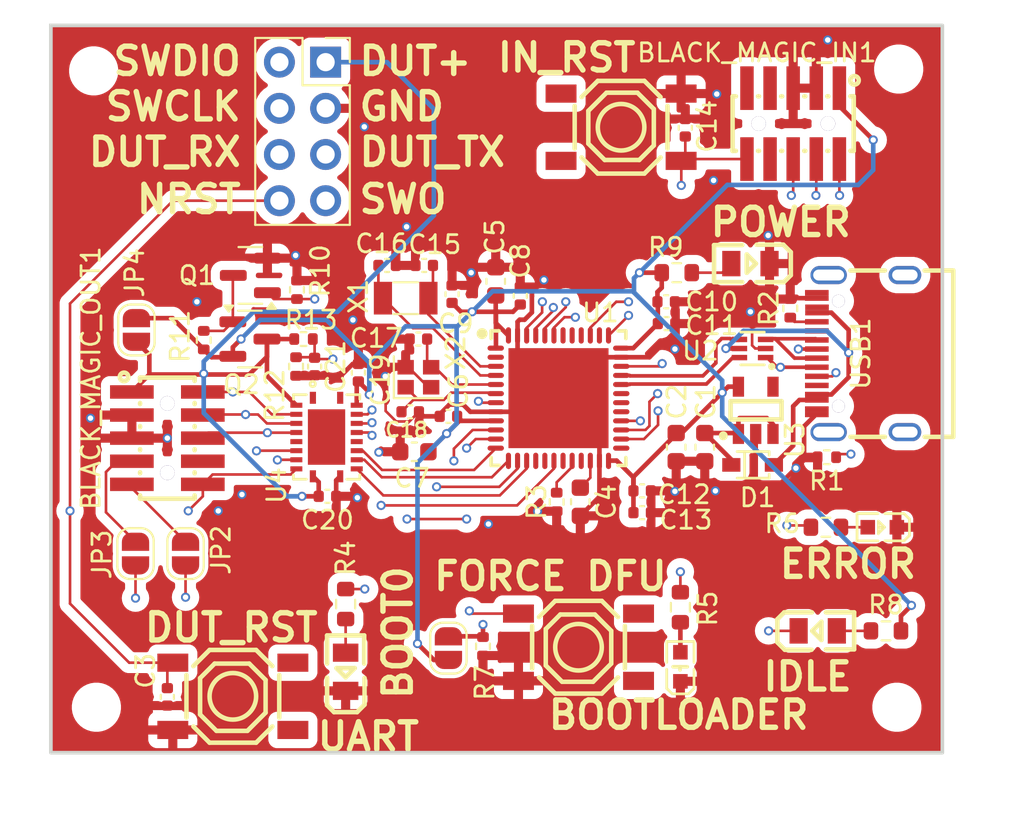
<source format=kicad_pcb>
(kicad_pcb (version 20240108) (generator "pcbnew") (generator_version "8.0")
  (layers (0 "F.Cu" signal) (1 "In1.Cu" signal) (2 "In2.Cu" signal) (31 "B.Cu" signal) (34 "B.Paste" user) (35 "F.Paste" user) (36 "B.SilkS" user "B.Silkscreen") (37 "F.SilkS" user "F.Silkscreen") (38 "B.Mask" user) (39 "F.Mask" user) (44 "Edge.Cuts" user))
  (net 0 "")
  (net 1 "/DUT_TX")
  (net 2 "/DUT_NRST")
  (net 3 "/DUT_RX")
  (net 4 "GND")
  (net 5 "/IN_SWDIO")
  (net 6 "/DUT_SWCLK")
  (net 7 "/DUT_SWO")
  (net 8 "/DUT_SWDIO")
  (net 9 "/IN_NRST")
  (net 10 "VBUS")
  (net 11 "+3V3")
  (net 12 "Net-(U1-VCAP1)")
  (net 14 "Net-(LED4-A)")
  (net 16 "/IN_SWO")
  (net 17 "Net-(USB1-CC1)")
  (net 18 "Net-(USB1-CC2)")
  (net 19 "/LED_UART")
  (net 20 "/LED_BOOTLOADER")
  (net 21 "/LED_ERROR")
  (net 23 "/IN_SWCLK")
  (net 24 "/OUT_NRST")
  (net 25 "Net-(JP3-A)")
  (net 27 "DUT+")
  (net 28 "Net-(JP2-A)")
  (net 31 "Net-(D1-C)")
  (net 33 "/OSC32_IN")
  (net 38 "/OSC32_OUT")
  (net 39 "/OSC_IN")
  (net 40 "/OSC_OUT")
  (net 41 "/OUT_SWO")
  (net 42 "/OUT_SWDIO")
  (net 44 "/TPWR")
  (net 45 "/OUT_SWCLK")
  (net 46 "/OUT_RX")
  (net 48 "/D-")
  (net 50 "/BOOT0")
  (net 52 "Net-(LED1-A)")
  (net 53 "/LED_IDLE")
  (net 54 "/OUT_TX")
  (net 55 "Net-(LED2-+)")
  (net 56 "/D+")
  (net 59 "/DN")
  (net 60 "/DP")
  (net 68 "Net-(LED3-A)")
  (net 69 "Net-(LED5-A)")
  (net 70 "Net-(Q1-D)")
  (net 71 "/PWR_BR")
  (net 72 "/BOOT1")
  (net 77 "/FORCE_DFU")
  (footprint "Crystal:Crystal_SMD_3215-2Pin_3.2x1.5mm" (layer "F.Cu") (at 119.5 115 180)
    (property "Reference" "X1")
    (property "Value" "32.768kHz crystal")
  )
  (footprint "easyeda2kicad:HDR-SMD_10P-P1.27-V-M-R2-C5-LS5.5" (layer "F.Cu") (at 140.8 105.4 180)
    (property "Reference" "BLACK_MAGIC_IN1")
    (property "Value" "KH-1.27PH180-2X5P-L7.2-SMT")
  )
  (footprint "Package_TO_SOT_SMD:SOT-23" (layer "F.Cu") (at 110.9375 117.25)
    (property "Reference" "Q2")
    (property "Value" "AO3401A")
  )
  (footprint "easyeda2kicad:UFQFPN-48_L7.0-W7.0-P0.50-BL-EP" (layer "F.Cu") (at 127.9 120.5 -90)
    (property "Reference" "U1")
    (property "Value" "STM32F411CEUx")
  )
  (footprint "Resistor_SMD:R_0402_1005Metric" (layer "F.Cu") (at 127.8 126.21 -90)
    (property "Reference" "R3")
    (property "Value" "10k")
  )
  (footprint "Crystal:Crystal_SMD_2016-4Pin_2.0x1.6mm" (layer "F.Cu") (at 120.2 119.35)
    (property "Reference" "X2")
    (property "Value" "25Mhz crystal")
  )
  (footprint "easyeda2kicad:LED0805-R-RD" (layer "F.Cu") (at 116.2 135.55 90)
    (property "Reference" "LED1" (hide yes))
    (property "Value" "Green")
  )
  (footprint "easyeda2kicad:SW-SMD_4P-L5.1-W5.1-P3.70-LS6.5-TL-2" (layer "F.Cu") (at 110 136.9)
    (property "Reference" "SW1" (hide yes))
    (property "Value" "TS-1187A-B-A-B")
  )
  (footprint "easyeda2kicad:SOT-25-5_L2.9-W1.6-P0.95-LS2.8-BL" (layer "F.Cu") (at 138.74 121.17)
    (property "Reference" "U3")
    (property "Value" "AP2112K-3.3TRG1")
  )
  (footprint "easyeda2kicad:LED0805-R-RD" (layer "F.Cu") (at 138.45 113.1 180)
    (property "Reference" "LED5" (hide yes))
    (property "Value" "Green")
  )
  (footprint "MountingHole:MountingHole_2.2mm_M2" (layer "F.Cu") (at 146.6 102.4)
    (property "Reference" "H2" (hide yes))
    (property "Value" "MountingHole")
  )
  (footprint "Resistor_SMD:R_0603_1608Metric" (layer "F.Cu") (at 116.2 131.825 90)
    (property "Reference" "R4")
    (property "Value" "330R")
  )
  (footprint "Capacitor_SMD:C_0603_1608Metric" (layer "F.Cu") (at 135.94 123.195 -90)
    (property "Reference" "C1")
    (property "Value" "1.0 uF")
  )
  (footprint "MountingHole:MountingHole_2.2mm_M2" (layer "F.Cu") (at 146.5 137.5)
    (property "Reference" "H3" (hide yes))
    (property "Value" "MountingHole")
  )
  (footprint "easyeda2kicad:SOD-323_L1.8-W1.3-LS2.5-RD" (layer "F.Cu") (at 138.57 124.17)
    (property "Reference" "D1")
    (property "Value" "Schottky 1A 40V")
  )
  (footprint "Capacitor_SMD:C_0402_1005Metric" (layer "F.Cu") (at 114.495 118.76 -90)
    (property "Reference" "C21")
    (property "Value" "100 nF")
  )
  (footprint "Capacitor_SMD:C_0402_1005Metric" (layer "F.Cu") (at 120.52 113.2)
    (property "Reference" "C15")
    (property "Value" "12 pF")
  )
  (footprint "easyeda2kicad:SW-SMD_4P-L5.1-W5.1-P3.70-LS6.5-TL-2" (layer "F.Cu") (at 129 134.2)
    (property "Reference" "SW3" (hide yes))
    (property "Value" "TS-1187A-B-A-B")
  )
  (footprint "Jumper:SolderJumper-2_P1.3mm_Open_RoundedPad1.0x1.5mm" (layer "F.Cu") (at 107.4 129.05 -90)
    (property "Reference" "JP3")
    (property "Value" "SolderJumper_2_Open")
  )
  (footprint "Capacitor_SMD:C_0402_1005Metric" (layer "F.Cu") (at 125.8 114.87 90)
    (property "Reference" "C8")
    (property "Value" "100 nF")
  )
  (footprint "easyeda2kicad:LED0603-R-RD_WHITE" (layer "F.Cu") (at 134.6 135.275 90)
    (property "Reference" "LED3" (hide yes))
    (property "Value" "White")
  )
  (footprint "Resistor_SMD:R_0603_1608Metric" (layer "F.Cu") (at 134.4 113.6 180)
    (property "Reference" "R9")
    (property "Value" "330R")
  )
  (footprint "Capacitor_SMD:C_0603_1608Metric" (layer "F.Cu") (at 129.1 126.2 -90)
    (property "Reference" "C4")
    (property "Value" "4.7 uF")
  )
  (footprint "Capacitor_SMD:C_0402_1005Metric" (layer "F.Cu") (at 116.9 119.1 90)
    (property "Reference" "C19")
    (property "Value" "100 nF")
  )
  (footprint "Resistor_SMD:R_0402_1005Metric" (layer "F.Cu") (at 113.525 114.54 -90)
    (property "Reference" "R10")
    (property "Value" "10k")
  )
  (footprint "easyeda2kicad:HDR-SMD_10P-P1.27-V-M-R2-C5-LS5.5" (layer "F.Cu") (at 106.4 122.7 -90)
    (property "Reference" "BLACK_MAGIC_OUT1")
    (property "Value" "KH-1.27PH180-2X5P-L7.2-SMT")
  )
  (footprint "MountingHole:MountingHole_2.2mm_M2" (layer "F.Cu") (at 102.5 137.5)
    (property "Reference" "H4" (hide yes))
    (property "Value" "MountingHole")
  )
  (footprint "Capacitor_SMD:C_0402_1005Metric" (layer "F.Cu") (at 115.2 125.9)
    (property "Reference" "C20")
    (property "Value" "100 nF")
  )
  (footprint "Resistor_SMD:R_0603_1608Metric" (layer "F.Cu") (at 134.6 132 90)
    (property "Reference" "R5")
    (property "Value" "330R")
  )
  (footprint "Capacitor_SMD:C_0402_1005Metric" (layer "F.Cu") (at 119.75 121.25 180)
    (property "Reference" "C18")
    (property "Value" "12 pF")
  )
  (footprint "Resistor_SMD:R_0603_1608Metric" (layer "F.Cu") (at 145.9 133.3)
    (property "Reference" "R8")
    (property "Value" "330R")
  )
  (footprint "Resistor_SMD:R_0402_1005Metric" (layer "F.Cu") (at 123.75 134.15 -90)
    (property "Reference" "R7")
    (property "Value" "10k")
  )
  (footprint "Resistor_SMD:R_0402_1005Metric" (layer "F.Cu") (at 113.885 117.25)
    (property "Reference" "R13")
    (property "Value" "2K")
  )
  (footprint "Jumper:SolderJumper-2_P1.3mm_Open_RoundedPad1.0x1.5mm" (layer "F.Cu") (at 121.85 134.25 -90)
    (property "Reference" "JP1" (hide yes))
    (property "Value" "SolderJumper_2_Open")
  )
  (footprint "easyeda2kicad:LED0805-R-RD" (layer "F.Cu") (at 142.15 133.3)
    (property "Reference" "LED2" (hide yes))
    (property "Value" "Yellow")
  )
  (footprint "Capacitor_SMD:C_0402_1005Metric" (layer "F.Cu") (at 120.2 117.25)
    (property "Reference" "C17")
    (property "Value" "12 pF")
  )
  (footprint "Resistor_SMD:R_0402_1005Metric" (layer "F.Cu") (at 108.4 117.31 90)
    (property "Reference" "R11")
    (property "Value" "10k")
  )
  (footprint "MountingHole:MountingHole_2.2mm_M2" (layer "F.Cu") (at 102.35 102.5)
    (property "Reference" "H1" (hide yes))
    (property "Value" "MountingHole")
  )
  (footprint "easyeda2kicad:USB-C-SMD_KH-TYPE-C-16P" (layer "F.Cu") (at 144.52 118.05 90)
    (property "Reference" "USB1")
    (property "Value" "KH-TYPE-C-16P")
  )
  (footprint "Jumper:SolderJumper-2_P1.3mm_Open_RoundedPad1.0x1.5mm" (layer "F.Cu") (at 104.65 129.05 -90)
    (property "Reference" "JP2")
    (property "Value" "SolderJumper_2_Open")
  )
  (footprint "Capacitor_SMD:C_0603_1608Metric" (layer "F.Cu") (at 119.975 123.45 180)
    (property "Reference" "C7")
    (property "Value" "1.0 uF")
  )
  (footprint "Capacitor_SMD:C_0402_1005Metric" (layer "F.Cu") (at 133.84 116.4)
    (property "Reference" "C11")
    (property "Value" "100 nF")
  )
  (footprint "Capacitor_SMD:C_0402_1005Metric" (layer "F.Cu") (at 133.82 115.2)
    (property "Reference" "C10")
    (property "Value" "100 nF")
  )
  (footprint "easyeda2kicad:SW-SMD_4P-L5.1-W5.1-P3.70-LS6.5-TL-2" (layer "F.Cu") (at 131.34 105.6 180)
    (property "Reference" "SW2" (hide yes))
    (property "Value" "TS-1187A-B-A-B")
  )
  (footprint "Capacitor_SMD:C_0402_1005Metric" (layer "F.Cu") (at 122.05 114.78 90)
    (property "Reference" "C9")
    (property "Value" "100 nF")
  )
  (footprint "Capacitor_SMD:C_0402_1005Metric" (layer "F.Cu") (at 118.48 113.2 180)
    (property "Reference" "C16")
    (property "Value" "12 pF")
  )
  (footprint "Capacitor_SMD:C_0402_1005Metric" (layer "F.Cu") (at 134.87 105.63 90)
    (property "Reference" "C14")
    (property "Value" "100 nF")
  )
  (footprint "easyeda2kicad:SOT-666-6_L1.6-W1.2-P0.50-LS1.6-BR" (layer "F.Cu") (at 138.565 117.77)
    (property "Reference" "U2")
    (property "Value" "USBLC6-2P6")
  )
  (footprint "easyeda2kicad:VQFN-20_L4.6-W3.6-P0.50-BL-EP" (layer "F.Cu") (at 115.15 122.64 -90)
    (property "Reference" "U4")
    (property "Value" "TXS0108ERGYR")
  )
  (footprint "Resistor_SMD:R_0402_1005Metric" (layer "F.Cu") (at 113.475 118.76 90)
    (property "Reference" "R12")
    (property "Value" "10k")
  )
  (footprint "Capacitor_SMD:C_0402_1005Metric" (layer "F.Cu") (at 132.5 125.6)
    (property "Reference" "C12")
    (property "Value" "100 nF")
  )
  (footprint "Capacitor_SMD:C_0402_1005Metric" (layer "F.Cu") (at 106.4 136.93 -90)
    (property "Reference" "C3")
    (property "Value" "100 nF")
  )
  (footprint "Capacitor_SMD:C_0402_1005Metric" (layer "F.Cu") (at 132.5 126.8)
    (property "Reference" "C13")
    (property "Value" "100 nF")
  )
  (footprint "Resistor_SMD:R_0402_1005Metric" (layer "F.Cu") (at 142.65 123.75)
    (property "Reference" "R1")
    (property "Value" "5.1K")
  )
  (footprint "easyeda2kicad:LED0603-RD" (layer "F.Cu") (at 145.7 127.6 180)
    (property "Reference" "LED4" (hide yes))
    (property "Value" "Red")
  )
  (footprint "Capacitor_SMD:C_0402_1005Metric" (layer "F.Cu") (at 121.85 121.5 180)
    (property "Reference" "C6")
    (property "Value" "100 nF")
  )
  (footprint "Capacitor_SMD:C_0603_1608Metric" (layer "F.Cu") (at 134.37 123.195 -90)
    (property "Reference" "C2")
    (property "Value" "1.0 uF")
  )
  (footprint "Connector_PinSocket_2.54mm:PinSocket_2x04_P2.54mm_Vertical" (layer "F.Cu") (at 115.1 102.02)
    (property "Reference" "SWD_OUT1" (hide yes))
    (property "Value" "Conn_01x08_Female")
  )
  (footprint "Package_TO_SOT_SMD:SOT-23" (layer "F.Cu") (at 110.9625 113.75 180)
    (property "Reference" "Q1")
    (property "Value" "2N7002")
  )
  (footprint "Jumper:SolderJumper-2_P1.3mm_Open_RoundedPad1.0x1.5mm" (layer "F.Cu") (at 104.7 116.75 90)
    (property "Reference" "JP4")
    (property "Value" "SolderJumper_2_Open")
  )
  (footprint "Resistor_SMD:R_0402_1005Metric" (layer "F.Cu") (at 140.64 115.56 90)
    (property "Reference" "R2")
    (property "Value" "5.1K")
  )
  (footprint "Resistor_SMD:R_0603_1608Metric" (layer "F.Cu") (at 142.6 127.6 180)
    (property "Reference" "R6")
    (property "Value" "330R")
  )
  (footprint "Capacitor_SMD:C_0603_1608Metric" (layer "F.Cu") (at 124.45 114.075 90)
    (property "Reference" "C5")
    (property "Value" "4.7 uF")
  )
  (gr_rect (start 100 100) (end 149 140) (stroke (width 0.2)) (fill none) (layer "Edge.Cuts"))
  (gr_text "SWCLK" (at 110.6 105.34 0) (layer "F.SilkS") (effects (font (size 1.5 1.5) (thickness 0.3) (bold yes)) (justify right bottom)))
  (gr_text "DUT_RX" (at 110.6 107.84 0) (layer "F.SilkS") (effects (font (size 1.5 1.5) (thickness 0.3) (bold yes)) (justify right bottom)))
  (gr_text "FORCE DFU" (at 120.9 131.175 0) (layer "F.SilkS") (effects (font (size 1.5 1.5) (thickness 0.3) (bold yes)) (justify left bottom)))
  (gr_text "POWER" (at 136.1 111.7 0) (layer "F.SilkS") (effects (font (size 1.5 1.5) (thickness 0.3) (bold yes)) (justify left bottom)))
  (gr_text "NRST" (at 110.6 110.44 0) (layer "F.SilkS") (effects (font (size 1.5 1.5) (thickness 0.3) (bold yes)) (justify right bottom)))
  (gr_text "DUT_RST" (at 105 134 0) (layer "F.SilkS") (effects (font (size 1.5 1.5) (thickness 0.3) (bold yes)) (justify left bottom)))
  (gr_text "UART" (at 114.5 140 0) (layer "F.SilkS") (effects (font (size 1.5 1.5) (thickness 0.3) (bold yes)) (justify left bottom)))
  (gr_text "IN_RST" (at 124.4 102.65 0) (layer "F.SilkS") (effects (font (size 1.5 1.5) (thickness 0.3) (bold yes)) (justify left bottom)))
  (gr_text "BOOTLOADER" (at 127.2 138.8 0) (layer "F.SilkS") (effects (font (size 1.5 1.5) (thickness 0.3) (bold yes)) (justify left bottom)))
  (gr_text "SWO\n" (at 116.8 110.44 0) (layer "F.SilkS") (effects (font (size 1.5 1.5) (thickness 0.3) (bold yes)) (justify left bottom)))
  (gr_text "BOOT0" (at 119.95 137.2 90) (layer "F.SilkS") (effects (font (size 1.5 1.5) (thickness 0.3) (bold yes)) (justify left bottom)))
  (gr_text "ERROR" (at 139.9 130.5 0) (layer "F.SilkS") (effects (font (size 1.5 1.5) (thickness 0.3) (bold yes)) (justify left bottom)))
  (gr_text "DUT+\n" (at 116.8 102.84 0) (layer "F.SilkS") (effects (font (size 1.5 1.5) (thickness 0.3) (bold yes)) (justify left bottom)))
  (gr_text "DUT_TX" (at 116.8 107.84 0) (layer "F.SilkS") (effects (font (size 1.5 1.5) (thickness 0.3) (bold yes)) (justify left bottom)))
  (gr_text "IDLE" (at 139 136.7 0) (layer "F.SilkS") (effects (font (size 1.5 1.5) (thickness 0.3) (bold yes)) (justify left bottom)))
  (gr_text "GND" (at 116.8 105.34 0) (layer "F.SilkS") (effects (font (size 1.5 1.5) (thickness 0.3) (bold yes)) (justify left bottom)))
  (gr_text "SWDIO" (at 110.6 102.84 0) (layer "F.SilkS") (effects (font (size 1.5 1.5) (thickness 0.3) (bold yes)) (justify right bottom)))
  (segment (start 113.49 123.89) (end 112.46 123.89) (width 0.145) (layer "F.Cu") (net 1))
  (segment (start 107.4 131.45) (end 107.4 129.7) (width 0.145) (layer "F.Cu") (net 1))
  (segment (start 112.46 123.89) (end 112.45 123.9) (width 0.145) (layer "F.Cu") (net 1))
  (via (at 107.4 131.45) (size 0.5) (drill 0.3) (layers "F.Cu" "B.Cu") (net 1))
  (via (at 112.45 123.9) (size 0.5) (drill 0.3) (layers "F.Cu" "B.Cu") (net 1))
  (segment (start 106.71 109.64) (end 112.56 109.64) (width 0.145) (layer "F.Cu") (net 2))
  (segment (start 113.49 124.39) (end 113.18 124.7) (width 0.145) (layer "F.Cu") (net 2))
  (segment (start 101.05 126.7) (end 101.05 115.3) (width 0.145) (layer "F.Cu") (net 2))
  (segment (start 101.05 126.7) (end 101.05 131.8) (width 0.145) (layer "F.Cu") (net 2))
  (segment (start 108.35 125.9) (end 108.35 125.24) (width 0.145) (layer "F.Cu") (net 2))
  (segment (start 101.05 131.8) (end 104.3 135.05) (width 0.145) (layer "F.Cu") (net 2))
  (segment (start 106.4 135.35) (end 106.7 135.05) (width 0.145) (layer "F.Cu") (net 2))
  (segment (start 108.89 124.7) (end 108.35 125.24) (width 0.145) (layer "F.Cu") (net 2))
  (segment (start 101.05 115.3) (end 106.71 109.64) (width 0.145) (layer "F.Cu") (net 2))
  (segment (start 106.4 136.45) (end 106.4 135.35) (width 0.145) (layer "F.Cu") (net 2))
  (segment (start 113.18 124.7) (end 108.89 124.7) (width 0.145) (layer "F.Cu") (net 2))
  (segment (start 104.3 135.05) (end 106.7 135.05) (width 0.145) (layer "F.Cu") (net 2))
  (segment (start 107.55 126.7) (end 108.35 125.9) (width 0.145) (layer "F.Cu") (net 2))
  (via (at 101.05 126.7) (size 0.5) (drill 0.3) (layers "F.Cu" "B.Cu") (net 2))
  (via (at 107.55 126.7) (size 0.5) (drill 0.3) (layers "F.Cu" "B.Cu") (net 2))
  (segment (start 104.65 131.5) (end 104.65 129.7) (width 0.145) (layer "F.Cu") (net 3))
  (segment (start 113.49 123.39) (end 111.31 123.39) (width 0.145) (layer "F.Cu") (net 3))
  (segment (start 111.31 123.39) (end 111.3 123.4) (width 0.145) (layer "F.Cu") (net 3))
  (via (at 104.65 131.5) (size 0.5) (drill 0.3) (layers "F.Cu" "B.Cu") (net 3))
  (via (at 111.3 123.4) (size 0.5) (drill 0.3) (layers "F.Cu" "B.Cu") (net 3))
  (segment (start 126.437 114.9) (end 126.437 114.663) (width 0.254) (layer "F.Cu") (net 4))
  (segment (start 138.74 125.14) (end 138.75 125.15) (width 0.254) (layer "F.Cu") (net 4))
  (segment (start 119.2 123.45) (end 119.2 122.28) (width 0.145) (layer "F.Cu") (net 4))
  (segment (start 126.036216 116.186216) (end 126.437 115.785432) (width 0.254) (layer "F.Cu") (net 4))
  (segment (start 126.437 114.9) (end 126.437 114.537) (width 0.254) (layer "F.Cu") (net 4))
  (segment (start 115.940001 119.27) (end 116.590001 118.62) (width 0.254) (layer "F.Cu") (net 4))
  (segment (start 122.659307 120.854989) (end 121.904989 120.854989) (width 0.254) (layer "F.Cu") (net 4))
  (segment (start 119.6975 121.7825) (end 118.975966 121.7825) (width 0.145) (layer "F.Cu") (net 4))
  (segment (start 121.37 121.5) (end 120.48 121.5) (width 0.254) (layer "F.Cu") (net 4))
  (segment (start 119.175 123.475) (end 119.2 123.45) (width 0.145) (layer "F.Cu") (net 4))
  (segment (start 140.15 125.15) (end 138.75 125.15) (width 0.254) (layer "F.Cu") (net 4))
  (segment (start 115.68 125.02) (end 115.9 124.8) (width 0.254) (layer "F.Cu") (net 4))
  (segment (start 138.74 122.47) (end 138.74 125.14) (width 0.254) (layer "F.Cu") (net 4))
  (segment (start 141.254 124.046) (end 140.15 125.15) (width 0.254) (layer "F.Cu") (net 4))
  (segment (start 124.4625 121.25) (end 123.054318 121.25) (width 0.254) (layer "F.Cu") (net 4))
  (segment (start 119.7525 121.7275) (end 119.6975 121.7825) (width 0.145) (layer "F.Cu") (net 4))
  (segment (start 141.99 123.9) (end 141.4 123.9) (width 0.254) (layer "F.Cu") (net 4))
  (segment (start 138.5425 115.8425) (end 138.45 115.75) (width 0.145) (layer "F.Cu") (net 4))
  (segment (start 125.65 118.25) (end 127.9 120.5) (width 0.254) (layer "F.Cu") (net 4))
  (segment (start 130.15 123.9375) (end 130.15 122.75) (width 0.254) (layer "F.Cu") (net 4))
  (segment (start 119.5 117.47) (end 119.72 117.25) (width 0.145) (layer "F.Cu") (net 4))
  (segment (start 131.3375 118.25) (end 132.9 118.25) (width 0.254) (layer "F.Cu") (net 4))
  (segment (start 130.15 125.925) (end 129.1 126.975) (width 0.254) (layer "F.Cu") (net 4))
  (segment (start 118.905 118.8) (end 119.5 118.8) (width 0.145) (layer "F.Cu") (net 4))
  (segment (start 120.48 121.5) (end 120.232489 121.252489) (width 0.254) (layer "F.Cu") (net 4))
  (segment (start 126.437 114.663) (end 127.1 114) (width 0.254) (layer "F.Cu") (net 4))
  (segment (start 118.975966 121.7825) (end 118.4 121.206534) (width 0.145) (layer "F.Cu") (net 4))
  (segment (start 126.437 114.537) (end 126.29 114.39) (width 0.254) (layer "F.Cu") (net 4))
  (segment (start 142.050445 121.4) (end 141.4 122.050445) (width 0.254) (layer "F.Cu") (net 4))
  (segment (start 124.4625 121.25) (end 127.15 121.25) (width 0.254) (layer "F.Cu") (net 4))
  (segment (start 130.15 122.75) (end 127.9 120.5) (width 0.254) (layer "F.Cu") (net 4))
  (segment (start 141.4 122.050445) (end 141.4 123.9) (width 0.254) (layer "F.Cu") (net 4))
  (segment (start 126.437 115.785432) (end 126.437 114.9) (width 0.254) (layer "F.Cu") (net 4))
  (segment (start 139.285 117.77) (end 138.715 117.77) (width 0.145) (layer "F.Cu") (net 4))
  (segment (start 119.5 118.8) (end 119.5 117.47) (width 0.145) (layer "F.Cu") (net 4))
  (segment (start 130.15 123.9375) (end 130.15 125.925) (width 0.254) (layer "F.Cu") (net 4))
  (segment (start 113.475 119.27) (end 115.940001 119.27) (width 0.254) (layer "F.Cu") (net 4))
  (segment (start 125.65 117.0625) (end 125.65 118.25) (width 0.254) (layer "F.Cu") (net 4))
  (segment (start 134.32 116.83) (end 134.32 116.4) (width 0.254) (layer "F.Cu") (net 4))
  (segment (start 120.23 121.25) (end 119.7525 121.7275) (width 0.145) (layer "F.Cu") (net 4))
  (segment (start 115.68 125.9) (end 115.68 125.02) (width 0.254) (layer "F.Cu") (net 4))
  (segment (start 123.054318 121.25) (end 122.659307 120.854989) (width 0.254) (layer "F.Cu") (net 4))
  (segment (start 120.75 119.9) (end 119.65 118.8) (width 0.145) (layer "F.Cu") (net 4))
  (segment (start 125.65 117.0625) (end 125.65 116.3) (width 0.254) (layer "F.Cu") (net 4))
  (segment (start 125.763784 116.186216) (end 126.036216 116.186216) (width 0.254) (layer "F.Cu") (net 4))
  (segment (start 126.29 114.39) (end 125.8 114.39) (width 0.254) (layer "F.Cu") (net 4))
  (segment (start 121.904989 120.854989) (end 121.37 121.389978) (width 0.254) (layer "F.Cu") (net 4))
  (segment (start 119.2 122.28) (end 119.7525 121.7275) (width 0.145) (layer "F.Cu") (net 4))
  (segment (start 125.65 116.3) (end 125.763784 116.186216) (width 0.254) (layer "F.Cu") (net 4))
  (segment (start 118.025 123.475) (end 119.175 123.475) (width 0.145) (layer "F.Cu") (net 4))
  (segment (start 140.69 115) (end 142.1 115) (width 0.254) (layer "F.Cu") (net 4))
  (segment (start 138.61 115.91) (end 138.45 115.75) (width 0.2) (layer "F.Cu") (net 4))
  (segment (start 132.9 118.25) (end 134.32 116.83) (width 0.254) (layer "F.Cu") (net 4))
  (segment (start 138.5425 117.5975) (end 138.5425 115.8425) (width 0.145) (layer "F.Cu") (net 4))
  (segment (start 141.4 123.9) (end 141.254 124.046) (width 0.254) (layer "F.Cu") (net 4))
  (segment (start 118.4 121.206534) (end 118.4 119.305) (width 0.145) (layer "F.Cu") (net 4))
  (segment (start 142.14 123.75) (end 141.99 123.9) (width 0.254) (layer "F.Cu") (net 4))
  (segment (start 138.715 117.77) (end 138.5425 117.5975) (width 0.145) (layer "F.Cu") (net 4))
  (segment (start 116.590001 118.62) (end 116.9 118.62) (width 0.254) (layer "F.Cu") (net 4))
  (segment (start 118.4 119.305) (end 118.905 118.8) (width 0.145) (layer "F.Cu") (net 4))
  (segment (start 130.15 118.25) (end 131.3375 118.25) (width 0.254) (layer "F.Cu") (net 4))
  (via (at 116.845262 125.974705) (size 0.5) (drill 0.3) (layers "F.Cu" "B.Cu") (net 4))
  (via (at 126.75 126.725) (size 0.5) (drill 0.3) (layers "F.Cu" "B.Cu") (net 4))
  (via (at 123.1 113.6) (size 0.5) (drill 0.3) (layers "F.Cu" "B.Cu") (net 4))
  (via (at 102.175 121.6) (size 0.5) (drill 0.3) (layers "F.Cu" "B.Cu") (net 4))
  (via (at 118.025 123.475) (size 0.5) (drill 0.3) (layers "F.Cu" "B.Cu") (net 4))
  (via (at 110.5 125.8) (size 0.5) (drill 0.3) (layers "F.Cu" "B.Cu") (net 4))
  (via (at 119.55 111.075) (size 0.5) (drill 0.3) (layers "F.Cu" "B.Cu") (net 4))
  (via (at 136.525 125.6) (size 0.5) (drill 0.3) (layers "F.Cu" "B.Cu") (net 4))
  (via (at 136.6 103.775) (size 0.5) (drill 0.3) (layers "F.Cu" "B.Cu") (net 4))
  (via (at 109.2 126.7) (size 0.5) (drill 0.3) (layers "F.Cu" "B.Cu") (net 4))
  (via (at 134.3 117.8) (size 0.5) (drill 0.3) (layers "F.Cu" "B.Cu") (net 4))
  (via (at 139.425 111.55) (size 0.5) (drill 0.3) (layers "F.Cu" "B.Cu") (net 4))
  (via (at 138.45 115.75) (size 0.5) (drill 0.3) (layers "F.Cu" "B.Cu") (net 4))
  (via (at 116.6 116.2) (size 0.5) (drill 0.3) (layers "F.Cu" "B.Cu") (net 4))
  (via (at 124.05 127.425) (size 0.5) (drill 0.3) (layers "F.Cu" "B.Cu") (net 4))
  (via (at 106.4 122.7) (size 0.5) (drill 0.3) (layers "F.Cu" "B.Cu") (net 4))
  (via (at 108.025 115.2) (size 0.5) (drill 0.3) (layers "F.Cu" "B.Cu") (net 4))
  (via (at 142.7 100.8) (size 0.5) (drill 0.3) (layers "F.Cu" "B.Cu") (net 4))
  (via (at 117.225 105.575) (size 0.5) (drill 0.3) (layers "F.Cu" "B.Cu") (net 4))
  (via (at 134.3 125.625) (size 0.5) (drill 0.3) (layers "F.Cu" "B.Cu") (net 4))
  (via (at 118.375 119.3) (size 0.5) (drill 0.3) (layers "F.Cu" "B.Cu") (net 4))
  (via (at 136.425 108.525) (size 0.5) (drill 0.3) (layers "F.Cu" "B.Cu") (net 4))
  (via (at 127.1 114) (size 0.5) (drill 0.3) (layers "F.Cu" "B.Cu") (net 4))
  (via (at 140.95 124.35) (size 0.5) (drill 0.3) (layers "F.Cu" "B.Cu") (net 4))
  (via (at 113.45 112.65) (size 0.5) (drill 0.3) (layers "F.Cu" "B.Cu") (net 4))
  (segment (start 143.34 109.34) (end 143.34 107.35) (width 0.145) (layer "F.Cu") (net 5))
  (segment (start 133.45 118.75) (end 133.6 118.6) (width 0.145) (layer "F.Cu") (net 5))
  (segment (start 131.3375 118.75) (end 133.45 118.75) (width 0.145) (layer "F.Cu") (net 5))
  (segment (start 143.35 109.35) (end 143.34 109.34) (width 0.145) (layer "F.Cu") (net 5))
  (via (at 133.6 118.6) (size 0.5) (drill 0.3) (layers "F.Cu" "B.Cu") (net 5))
  (via (at 143.35 109.35) (size 0.5) (drill 0.3) (layers "F.Cu" "B.Cu") (net 5))
  (segment (start 113.49 121.89) (end 111.872806 121.89) (width 0.145) (layer "F.Cu") (net 6))
  (segment (start 110.7 121.4) (end 108.38 121.4) (width 0.145) (layer "F.Cu") (net 6))
  (segment (start 111.872806 121.89) (end 111.382806 121.4) (width 0.145) (layer "F.Cu") (net 6))
  (segment (start 111.382806 121.4) (end 110.7 121.4) (width 0.145) (layer "F.Cu") (net 6))
  (via (at 110.7 121.4) (size 0.5) (drill 0.3) (layers "F.Cu" "B.Cu") (net 6))
  (segment (start 111.9 122.4) (end 113.48 122.4) (width 0.145) (layer "F.Cu") (net 7))
  (segment (start 108.65 122.4) (end 111.9 122.4) (width 0.145) (layer "F.Cu") (net 7))
  (via (at 111.9 122.4) (size 0.5) (drill 0.3) (layers "F.Cu" "B.Cu") (net 7))
  (segment (start 110 120.16) (end 108.35 120.16) (width 0.145) (layer "F.Cu") (net 8))
  (segment (start 112.14 121.39) (end 110.91 120.16) (width 0.145) (layer "F.Cu") (net 8))
  (segment (start 113.49 121.39) (end 112.14 121.39) (width 0.145) (layer "F.Cu") (net 8))
  (segment (start 110.91 120.16) (end 110 120.16) (width 0.145) (layer "F.Cu") (net 8))
  (via (at 110 120.16) (size 0.5) (drill 0.3) (layers "F.Cu" "B.Cu") (net 8))
  (segment (start 134.65 108.8) (end 134.65 107.46) (width 0.145) (layer "F.Cu") (net 9))
  (segment (start 124.4625 120.75) (end 123.5775 120.75) (width 0.145) (layer "F.Cu") (net 9))
  (segment (start 134.87 106.11) (end 134.87 107.22) (width 0.145) (layer "F.Cu") (net 9))
  (segment (start 123.5775 120.75) (end 123.5 120.6725) (width 0.145) (layer "F.Cu") (net 9))
  (segment (start 138.26 107.35) (end 134.74 107.35) (width 0.145) (layer "F.Cu") (net 9))
  (via (at 134.65 108.8) (size 0.5) (drill 0.3) (layers "F.Cu" "B.Cu") (net 9))
  (via (at 123.5 120.6725) (size 0.5) (drill 0.3) (layers "F.Cu" "B.Cu") (net 9))
  (segment (start 140.8 120.946) (end 140.8 123.11) (width 0.254) (layer "F.Cu") (net 10))
  (segment (start 137.1 117.77) (end 137.845 117.77) (width 0.254) (layer "F.Cu") (net 10))
  (segment (start 138.025128 117.77) (end 137.64 117.77) (width 0.254) (layer "F.Cu") (net 10))
  (segment (start 142.901867 120.3) (end 142.1 120.3) (width 0.254) (layer "F.Cu") (net 10))
  (segment (start 142.11 115.8) (end 142.901867 115.8) (width 0.254) (layer "F.Cu") (net 10))
  (segment (start 143.85 118) (end 143.85 119.351867) (width 0.254) (layer "F.Cu") (net 10))
  (segment (start 140.923 120.823) (end 140.8 120.946) (width 0.254) (layer "F.Cu") (net 10))
  (segment (start 142.1 120.6) (end 141.146 120.6) (width 0.254) (layer "F.Cu") (net 10))
  (segment (start 143.85 116.748133) (end 143.85 118) (width 0.254) (layer "F.Cu") (net 10))
  (segment (start 140.8 123.11) (end 139.74 124.17) (width 0.254) (layer "F.Cu") (net 10))
  (segment (start 142.901867 115.8) (end 143.85 116.748133) (width 0.254) (layer "F.Cu") (net 10))
  (segment (start 141.146 120.6) (end 140.923 120.823) (width 0.254) (layer "F.Cu") (net 10))
  (segment (start 143.85 119.351867) (end 142.901867 120.3) (width 0.254) (layer "F.Cu") (net 10))
  (via (at 143.85 118) (size 0.5) (drill 0.3) (layers "F.Cu" "B.Cu") (net 10))
  (via (at 137.1 117.77) (size 0.5) (drill 0.3) (layers "F.Cu" "B.Cu") (net 10))
  (segment (start 138.07 116.8) (end 142.65 116.8) (width 0.254) (layer "B.Cu") (net 10))
  (segment (start 137.1 117.77) (end 138.07 116.8) (width 0.254) (layer "B.Cu") (net 10))
  (segment (start 142.65 116.8) (end 143.85 118) (width 0.254) (layer "B.Cu") (net 10))
  (segment (start 132.01 117.75) (end 133.36 116.4) (width 0.254) (layer "F.Cu") (net 11))
  (segment (start 125.15 117.0625) (end 124.45 116.3625) (width 0.254) (layer "F.Cu") (net 11))
  (segment (start 125.8 115.35) (end 125.4 115.75) (width 0.254) (layer "F.Cu") (net 11))
  (segment (start 124.4625 117.75) (end 124.4625 115.6625) (width 0.254) (layer "F.Cu") (net 11))
  (segment (start 122.45 121.75) (end 122.58 121.75) (width 0.254) (layer "F.Cu") (net 11))
  (segment (start 131.3375 117.75) (end 132.01 117.75) (width 0.254) (layer "F.Cu") (net 11))
  (segment (start 132.35 113.6) (end 133.575 113.6) (width 0.254) (layer "F.Cu") (net 11))
  (segment (start 137.226 119.87) (end 134.676 122.42) (width 0.254) (layer "F.Cu") (net 11))
  (segment (start 106.68 116.1) (end 104.7 116.1) (width 0.254) (layer "F.Cu") (net 11))
  (segment (start 132.02 126.8) (end 132.02 125.6) (width 0.254) (layer "F.Cu") (net 11))
  (segment (start 121.85 134.9) (end 121.05 134.9) (width 0.254) (layer "F.Cu") (net 11))
  (segment (start 108.4 117.82) (end 106.68 116.1) (width 0.254) (layer "F.Cu") (net 11))
  (segment (start 124.4625 121.75) (end 122.58 121.75) (width 0.254) (layer "F.Cu") (net 11))
  (segment (start 133.575 114.425) (end 133.34 114.66) (width 0.254) (layer "F.Cu") (net 11))
  (segment (start 117.5 120.18) (end 116.9 119.58) (width 0.254) (layer "F.Cu") (net 11))
  (segment (start 130.65 123.9375) (end 131.0975 123.9375) (width 0.254) (layer "F.Cu") (net 11))
  (segment (start 133.34 114.66) (end 133.34 115.2) (width 0.254) (layer "F.Cu") (net 11))
  (segment (start 121.05 134.9) (end 120.15 134) (width 0.254) (layer "F.Cu") (net 11))
  (segment (start 124.4625 115.6625) (end 124.45 115.65) (width 0.254) (layer "F.Cu") (net 11))
  (segment (start 122.54 115.75) (end 122.05 115.26) (width 0.254) (layer "F.Cu") (net 11))
  (segment (start 137.79 119.87) (end 137.226 119.87) (width 0.254) (layer "F.Cu") (net 11))
  (segment (start 110 117.7) (end 110.45 117.25) (width 0.254) (layer "F.Cu") (net 11))
  (segment (start 146.725 132.475) (end 147.3 131.9) (width 0.254) (layer "F.Cu") (net 11))
  (segment (start 108.83 118.25) (end 109.95 118.25) (width 0.254) (layer "F.Cu") (net 11))
  (segment (start 108.4 117.82) (end 108.83 118.25) (width 0.254) (layer "F.Cu") (net 11))
  (segment (start 122.58 121.75) (end 122.33 121.5) (width 0.254) (layer "F.Cu") (net 11))
  (segment (start 131.955 124.795) (end 132.02 124.86) (width 0.254) (layer "F.Cu") (net 11))
  (segment (start 132.02 124.86) (end 132.02 125.6) (width 0.254) (layer "F.Cu") (net 11))
  (segment (start 134.37 122.48) (end 132.02 124.83) (width 0.254) (layer "F.Cu") (net 11))
  (segment (start 133.575 113.6) (end 133.575 114.425) (width 0.254) (layer "F.Cu") (net 11))
  (segment (start 146.725 133.3) (end 146.725 132.475) (width 0.254) (layer "F.Cu") (net 11))
  (segment (start 116.81 120.89) (end 116.81 119.67) (width 0.254) (layer "F.Cu") (net 11))
  (segment (start 143.34 104.44) (end 145.2 106.3) (width 0.254) (layer "F.Cu") (net 11))
  (segment (start 131.0975 123.9375) (end 131.955 124.795) (width 0.254) (layer "F.Cu") (net 11))
  (segment (start 117.5 120.3) (end 117.5 120.18) (width 0.254) (layer "F.Cu") (net 11))
  (segment (start 133.36 116.4) (end 133.36 115.22) (width 0.254) (layer "F.Cu") (net 11))
  (segment (start 143.34 103.45) (end 143.34 104.44) (width 0.254) (layer "F.Cu") (net 11))
  (segment (start 124.45 115.65) (end 124.45 114.85) (width 0.254) (layer "F.Cu") (net 11))
  (segment (start 110 118.2) (end 110 117.7) (width 0.254) (layer "F.Cu") (net 11))
  (segment (start 124.45 116.3625) (end 124.45 115.65) (width 0.254) (layer "F.Cu") (net 11))
  (segment (start 132.02 124.83) (end 132.02 125.6) (width 0.254) (layer "F.Cu") (net 11))
  (segment (start 125.4 115.75) (end 122.54 115.75) (width 0.254) (layer "F.Cu") (net 11))
  (segment (start 120.75 123.45) (end 122.45 121.75) (width 0.254) (layer "F.Cu") (net 11))
  (via (at 117.5 120.3) (size 0.5) (drill 0.3) (layers "F.Cu" "B.Cu") (net 11))
  (via (at 110.45 117.25) (size 0.5) (drill 0.3) (layers "F.Cu" "B.Cu") (net 11))
  (via (at 136.898 120.198) (size 0.5) (drill 0.3) (layers "F.Cu" "B.Cu") (net 11))
  (via (at 123.15 115.75) (size 0.5) (drill 0.3) (layers "F.Cu" "B.Cu") (net 11))
  (via (at 145.2 106.3) (size 0.5) (drill 0.3) (layers "F.Cu" "B.Cu") (net 11))
  (via (at 120.15 134) (size 0.5) (drill 0.3) (layers "F.Cu" "B.Cu") (net 11))
  (via (at 132.35 113.6) (size 0.5) (drill 0.3) (layers "F.Cu" "B.Cu") (net 11))
  (via (at 121.75 122.45) (size 0.5) (drill 0.3) (layers "F.Cu" "B.Cu") (net 11))
  (via (at 147.3 131.9) (size 0.5) (drill 0.3) (layers "F.Cu" "B.Cu") (net 11))
  (segment (start 136.898 121.498) (end 147.3 131.9) (width 0.254) (layer "B.Cu") (net 11))
  (segment (start 117.5 118.55) (end 119.5 116.55) (width 0.254) (layer "B.Cu") (net 11))
  (segment (start 120.15 134) (end 120.15 124.05) (width 0.254) (layer "B.Cu") (net 11))
  (segment (start 131.989002 114.623) (end 132.35 114.983998) (width 0.254) (layer "B.Cu") (net 11))
  (segment (start 136.898 120.198) (end 136.898 119.531998) (width 0.254) (layer "B.Cu") (net 11))
  (segment (start 123.15 115.75) (end 122.3 116.6) (width 0.254) (layer "B.Cu") (net 11))
  (segment (start 122.3 121.9) (end 121.75 122.45) (width 0.254) (layer "B.Cu") (net 11))
  (segment (start 123.15 115.75) (end 124.277 114.623) (width 0.254) (layer "B.Cu") (net 11))
  (segment (start 144.377 108.773) (end 137.177 108.773) (width 0.254) (layer "B.Cu") (net 11))
  (segment (start 145.2 107.95) (end 144.377 108.773) (width 0.254) (layer "B.Cu") (net 11))
  (segment (start 122.3 116.6) (end 122.3 121.9) (width 0.254) (layer "B.Cu") (net 11))
  (segment (start 120.15 124.05) (end 121.75 122.45) (width 0.254) (layer "B.Cu") (net 11))
  (segment (start 124.277 114.623) (end 131.989002 114.623) (width 0.254) (layer "B.Cu") (net 11))
  (segment (start 132.35 114.983998) (end 132.05 114.683998) (width 0.254) (layer "B.Cu") (net 11))
  (segment (start 136.898 120.198) (end 136.898 121.498) (width 0.254) (layer "B.Cu") (net 11))
  (segment (start 136.898 119.531998) (end 132.35 114.983998) (width 0.254) (layer "B.Cu") (net 11))
  (segment (start 132.05 113.9) (end 132.35 113.6) (width 0.254) (layer "B.Cu") (net 11))
  (segment (start 145.2 106.3) (end 145.2 107.95) (width 0.254) (layer "B.Cu") (net 11))
  (segment (start 132.05 114.683998) (end 132.05 113.9) (width 0.254) (layer "B.Cu") (net 11))
  (segment (start 117.5 120.3) (end 117.5 118.55) (width 0.254) (layer "B.Cu") (net 11))
  (segment (start 110.45 117.25) (end 111.5 116.2) (width 0.254) (layer "B.Cu") (net 11))
  (segment (start 119.5 116.55) (end 122.35 116.55) (width 0.254) (layer "B.Cu") (net 11))
  (segment (start 111.5 116.2) (end 115.15 116.2) (width 0.254) (layer "B.Cu") (net 11))
  (segment (start 115.15 116.2) (end 117.5 118.55) (width 0.254) (layer "B.Cu") (net 11))
  (segment (start 137.177 108.773) (end 132.35 113.6) (width 0.254) (layer "B.Cu") (net 11))
  (segment (start 129.65 123.9375) (end 129.65 124.875) (width 0.145) (layer "F.Cu") (net 12))
  (segment (start 129.65 124.875) (end 129.1 125.425) (width 0.145) (layer "F.Cu") (net 12))
  (segment (start 143.425 127.6) (end 144.9 127.6) (width 0.145) (layer "F.Cu") (net 14))
  (segment (start 131.075001 115.2) (end 131.75 115.2) (width 0.145) (layer "F.Cu") (net 16))
  (segment (start 140.7 109.35) (end 140.8 109.25) (width 0.145) (layer "F.Cu") (net 16))
  (segment (start 129.65 117.0625) (end 129.65 116.625001) (width 0.145) (layer "F.Cu") (net 16))
  (segment (start 129.65 116.625001) (end 131.075001 115.2) (width 0.145) (layer "F.Cu") (net 16))
  (segment (start 140.8 109.25) (end 140.8 107.35) (width 0.145) (layer "F.Cu") (net 16))
  (via (at 140.7 109.35) (size 0.5) (drill 0.3) (layers "F.Cu" "B.Cu") (net 16))
  (via (at 131.75 115.2) (size 0.5) (drill 0.3) (layers "F.Cu" "B.Cu") (net 16))
  (segment (start 142.95 119.3) (end 143.15 119.1) (width 0.145) (layer "F.Cu") (net 17))
  (segment (start 142.1 119.3) (end 142.95 119.3) (width 0.145) (layer "F.Cu") (net 17))
  (segment (start 143.9725 123.5775) (end 143.3325 123.5775) (width 0.145) (layer "F.Cu") (net 17))
  (via (at 143.9725 123.5775) (size 0.5) (drill 0.3) (layers "F.Cu" "B.Cu") (net 17))
  (via (at 143.15 119.1) (size 0.5) (drill 0.3) (layers "F.Cu" "B.Cu") (net 17))
  (segment (start 140.87 116.3) (end 140.64 116.07) (width 0.145) (layer "F.Cu") (net 18))
  (segment (start 142.1 116.3) (end 140.87 116.3) (width 0.145) (layer "F.Cu") (net 18))
  (segment (start 121.2 125.3775) (end 124.647499 125.3775) (width 0.145) (layer "F.Cu") (net 19))
  (segment (start 117.25 131) (end 116.2 131) (width 0.145) (layer "F.Cu") (net 19))
  (segment (start 124.647499 125.3775) (end 125.65 124.374999) (width 0.145) (layer "F.Cu") (net 19))
  (segment (start 125.65 124.374999) (end 125.65 123.9375) (width 0.145) (layer "F.Cu") (net 19))
  (via (at 121.2 125.3775) (size 0.5) (drill 0.3) (layers "F.Cu" "B.Cu") (net 19))
  (via (at 117.25 131) (size 0.5) (drill 0.3) (layers "F.Cu" "B.Cu") (net 19))
  (segment (start 131.3375 121.75) (end 132.4 121.75) (width 0.145) (layer "F.Cu") (net 20))
  (segment (start 134.6 131.175) (end 134.6 130.05) (width 0.145) (layer "F.Cu") (net 20))
  (via (at 132.4 121.75) (size 0.5) (drill 0.3) (layers "F.Cu" "B.Cu") (net 20))
  (via (at 134.6 130.05) (size 0.5) (drill 0.3) (layers "F.Cu" "B.Cu") (net 20))
  (segment (start 140.45 127.5) (end 141.675 127.5) (width 0.145) (layer "F.Cu") (net 21))
  (segment (start 132.9 122.029784) (end 132.679784 122.25) (width 0.145) (layer "F.Cu") (net 21))
  (segment (start 132.679784 122.25) (end 131.3375 122.25) (width 0.145) (layer "F.Cu") (net 21))
  (segment (start 132.9 120.7) (end 132.9 122.029784) (width 0.145) (layer "F.Cu") (net 21))
  (segment (start 133.35 120.25) (end 132.9 120.7) (width 0.145) (layer "F.Cu") (net 21))
  (via (at 133.35 120.25) (size 0.5) (drill 0.3) (layers "F.Cu" "B.Cu") (net 21))
  (via (at 140.45 127.5) (size 0.5) (drill 0.3) (layers "F.Cu" "B.Cu") (net 21))
  (segment (start 142.07 109.33) (end 142.07 107.35) (width 0.145) (layer "F.Cu") (net 23))
  (segment (start 131.75 115.9625) (end 131.75 115.95) (width 0.145) (layer "F.Cu") (net 23))
  (segment (start 142.05 109.35) (end 142.07 109.33) (width 0.145) (layer "F.Cu") (net 23))
  (segment (start 130.65 117.0625) (end 131.75 115.9625) (width 0.145) (layer "F.Cu") (net 23))
  (via (at 142.05 109.35) (size 0.5) (drill 0.3) (layers "F.Cu" "B.Cu") (net 23))
  (via (at 131.75 115.95) (size 0.5) (drill 0.3) (layers "F.Cu" "B.Cu") (net 23))
  (segment (start 124.674999 125.85) (end 118.27 125.85) (width 0.145) (layer "F.Cu") (net 24))
  (segment (start 118.27 125.85) (end 116.81 124.39) (width 0.145) (layer "F.Cu") (net 24))
  (segment (start 126.15 123.9375) (end 126.15 124.374999) (width 0.145) (layer "F.Cu") (net 24))
  (segment (start 126.15 124.374999) (end 124.674999 125.85) (width 0.145) (layer "F.Cu") (net 24))
  (segment (start 107.4 128.4) (end 104.45 125.45) (width 0.145) (layer "F.Cu") (net 25))
  (segment (start 108.45 119.2) (end 108.4 119.15) (width 0.254) (layer "F.Cu") (net 27))
  (segment (start 111.875 117.25) (end 111.875 118.225) (width 0.254) (layer "F.Cu") (net 27))
  (segment (start 108.35 119.2) (end 105.41 119.2) (width 0.254) (layer "F.Cu") (net 27))
  (segment (start 104.7 117.4) (end 105.41 118.11) (width 0.254) (layer "F.Cu") (net 27))
  (segment (start 114.72 125.9) (end 113.8 125.9) (width 0.254) (layer "F.Cu") (net 27))
  (segment (start 114.72 125.12) (end 114.4 124.8) (width 0.254) (layer "F.Cu") (net 27))
  (segment (start 113.49 120.89) (end 111.875 119.275) (width 0.254) (layer "F.Cu") (net 27))
  (segment (start 110.9 119.2) (end 108.45 119.2) (width 0.254) (layer "F.Cu") (net 27))
  (segment (start 105.41 118.11) (end 105.41 119.2) (width 0.254) (layer "F.Cu") (net 27))
  (segment (start 108.4 119.15) (end 108.35 119.2) (width 0.254) (layer "F.Cu") (net 27))
  (segment (start 114.72 125.9) (end 114.72 125.12) (width 0.254) (layer "F.Cu") (net 27))
  (segment (start 111.875 119.275) (end 111.875 117.25) (width 0.254) (layer "F.Cu") (net 27))
  (segment (start 105.41 119.2) (end 104.45 120.16) (width 0.254) (layer "F.Cu") (net 27))
  (segment (start 111.875 117.25) (end 113.375 117.25) (width 0.254) (layer "F.Cu") (net 27))
  (segment (start 111.875 118.225) (end 110.9 119.2) (width 0.254) (layer "F.Cu") (net 27))
  (via (at 108.4 119.15) (size 0.5) (drill 0.3) (layers "F.Cu" "B.Cu") (net 27))
  (via (at 113.8 125.9) (size 0.5) (drill 0.3) (layers "F.Cu" "B.Cu") (net 27))
  (segment (start 108.4 121.316002) (end 108.4 119.15) (width 0.254) (layer "B.Cu") (net 27))
  (segment (start 108.4 119.15) (end 108.4 118.483998) (width 0.254) (layer "B.Cu") (net 27))
  (segment (start 121.05 104.6) (end 118.47 102.02) (width 0.254) (layer "B.Cu") (net 27))
  (segment (start 112.983998 125.9) (end 108.4 121.316002) (width 0.254) (layer "B.Cu") (net 27))
  (segment (start 118.47 102.02) (end 115.1 102.02) (width 0.254) (layer "B.Cu") (net 27))
  (segment (start 108.4 118.483998) (end 111.137998 115.746) (width 0.254) (layer "B.Cu") (net 27))
  (segment (start 115.754 115.746) (end 121.05 110.45) (width 0.254) (layer "B.Cu") (net 27))
  (segment (start 111.137998 115.746) (end 115.754 115.746) (width 0.254) (layer "B.Cu") (net 27))
  (segment (start 121.05 110.45) (end 121.05 104.6) (width 0.254) (layer "B.Cu") (net 27))
  (segment (start 113.8 125.9) (end 112.983998 125.9) (width 0.254) (layer "B.Cu") (net 27))
  (segment (start 103.0275 124.5625) (end 103.0275 126.7775) (width 0.145) (layer "F.Cu") (net 28))
  (segment (start 103.0275 126.7775) (end 104.65 128.4) (width 0.145) (layer "F.Cu") (net 28))
  (segment (start 103.62 123.97) (end 103.0275 124.5625) (width 0.145) (layer "F.Cu") (net 28))
  (segment (start 137.4 123.88) (end 135.94 122.42) (width 0.254) (layer "F.Cu") (net 31))
  (segment (start 137.79 122.47) (end 137.79 121.666) (width 0.254) (layer "F.Cu") (net 31))
  (segment (start 137.4 124.17) (end 137.4 123.88) (width 0.254) (layer "F.Cu") (net 31))
  (segment (start 139.69 121.94) (end 139.69 122.47) (width 0.254) (layer "F.Cu") (net 31))
  (segment (start 137.863 121.593) (end 139.343 121.593) (width 0.254) (layer "F.Cu") (net 31))
  (segment (start 135.94 122.42) (end 137.74 122.42) (width 0.254) (layer "F.Cu") (net 31))
  (segment (start 137.79 121.666) (end 137.863 121.593) (width 0.254) (layer "F.Cu") (net 31))
  (segment (start 139.343 121.593) (end 139.69 121.94) (width 0.254) (layer "F.Cu") (net 31))
  (segment (start 124.4625 118.75) (end 123.6 118.75) (width 0.145) (layer "F.Cu") (net 33))
  (segment (start 120.75 115.9) (end 120.75 115) (width 0.145) (layer "F.Cu") (net 33))
  (segment (start 121 114.75) (end 121 113.2) (width 0.145) (layer "F.Cu") (net 33))
  (segment (start 123.6 118.75) (end 120.75 115.9) (width 0.145) (layer "F.Cu") (net 33))
  (segment (start 119.9 116.65) (end 118.25 115) (width 0.145) (layer "F.Cu") (net 38))
  (segment (start 118 113.2) (end 118 114.75) (width 0.145) (layer "F.Cu") (net 38))
  (segment (start 121 116.65) (end 119.9 116.65) (width 0.145) (layer "F.Cu") (net 38))
  (segment (start 124.4625 119.25) (end 123.6 119.25) (width 0.145) (layer "F.Cu") (net 38))
  (segment (start 123.6 119.25) (end 121 116.65) (width 0.145) (layer "F.Cu") (net 38))
  (segment (start 124.4625 119.75) (end 122.05 119.75) (width 0.145) (layer "F.Cu") (net 39))
  (segment (start 122.05 119.75) (end 121.1 118.8) (width 0.145) (layer "F.Cu") (net 39))
  (segment (start 120.68 117.25) (end 120.68 118.58) (width 0.145) (layer "F.Cu") (net 39))
  (segment (start 119.92 120.6) (end 120.4 120.6) (width 0.145) (layer "F.Cu") (net 40))
  (segment (start 119.27 121.25) (end 119.92 120.6) (width 0.145) (layer "F.Cu") (net 40))
  (segment (start 120.4 120.6) (end 120.2 120.6) (width 0.145) (layer "F.Cu") (net 40))
  (segment (start 121.595 120.6) (end 120.4 120.6) (width 0.145) (layer "F.Cu") (net 40))
  (segment (start 124.4125 120.2) (end 121.995 120.2) (width 0.145) (layer "F.Cu") (net 40))
  (segment (start 121.995 120.2) (end 121.595 120.6) (width 0.145) (layer "F.Cu") (net 40))
  (segment (start 120.2 120.6) (end 119.5 119.9) (width 0.145) (layer "F.Cu") (net 40))
  (segment (start 127.65 116.625001) (end 128.225001 116.05) (width 0.145) (layer "F.Cu") (net 41))
  (segment (start 117.49 122.39) (end 117.65 122.55) (width 0.145) (layer "F.Cu") (net 41))
  (segment (start 128.225001 116.05) (end 128.827 116.05) (width 0.145) (layer "F.Cu") (net 41))
  (segment (start 127.65 117.0625) (end 127.65 116.625001) (width 0.145) (layer "F.Cu") (net 41))
  (segment (start 116.81 122.39) (end 117.49 122.39) (width 0.145) (layer "F.Cu") (net 41))
  (via (at 128.827 116.05) (size 0.5) (drill 0.3) (layers "F.Cu" "B.Cu") (net 41))
  (via (at 117.65 122.55) (size 0.5) (drill 0.3) (layers "F.Cu" "B.Cu") (net 41))
  (segment (start 127 115.186) (end 127.014 115.2) (width 0.145) (layer "F.Cu") (net 42))
  (segment (start 127 115.78741) (end 127 115.15) (width 0.145) (layer "F.Cu") (net 42))
  (segment (start 126.15 116.63741) (end 127 115.78741) (width 0.145) (layer "F.Cu") (net 42))
  (segment (start 116.81 121.39) (end 117.41 121.39) (width 0.145) (layer "F.Cu") (net 42))
  (segment (start 126.15 117.0625) (end 126.15 116.63741) (width 0.145) (layer "F.Cu") (net 42))
  (segment (start 117.41 121.39) (end 117.65 121.15) (width 0.145) (layer "F.Cu") (net 42))
  (segment (start 127 115.15) (end 127 115.186) (width 0.145) (layer "F.Cu") (net 42))
  (via (at 127.014 115.2) (size 0.5) (drill 0.3) (layers "F.Cu" "B.Cu") (net 42))
  (via (at 117.65 121.15) (size 0.5) (drill 0.3) (layers "F.Cu" "B.Cu") (net 42))
  (segment (start 113.475 118.25) (end 114.465 118.25) (width 0.145) (layer "F.Cu") (net 44))
  (segment (start 125.624999 126.4) (end 127.65 124.374999) (width 0.145) (layer "F.Cu") (net 44))
  (segment (start 127.65 124.374999) (end 127.65 123.9375) (width 0.145) (layer "F.Cu") (net 44))
  (segment (start 114.495 118.28) (end 114.495 117.35) (width 0.145) (layer "F.Cu") (net 44))
  (segment (start 115.5 118.35) (end 114.565 118.35) (width 0.145) (layer "F.Cu") (net 44))
  (segment (start 118.15 126.4) (end 125.624999 126.4) (width 0.145) (layer "F.Cu") (net 44))
  (via (at 115.5 118.35) (size 0.5) (drill 0.3) (layers "F.Cu" "B.Cu") (net 44))
  (via (at 118.15 126.4) (size 0.5) (drill 0.3) (layers "F.Cu" "B.Cu") (net 44))
  (segment (start 116.81 121.89) (end 117.61 121.89) (width 0.145) (layer "F.Cu") (net 45))
  (segment (start 127.615892 115.515892) (end 127.615892 115.684108) (width 0.145) (layer "F.Cu") (net 45))
  (segment (start 126.65 116.65) (end 126.65 117.0625) (width 0.145) (layer "F.Cu") (net 45))
  (segment (start 117.61 121.89) (end 117.65 121.85) (width 0.145) (layer "F.Cu") (net 45))
  (segment (start 127.615892 115.684108) (end 126.65 116.65) (width 0.145) (layer "F.Cu") (net 45))
  (via (at 127.615892 115.515892) (size 0.5) (drill 0.3) (layers "F.Cu" "B.Cu") (net 45))
  (via (at 117.65 121.85) (size 0.5) (drill 0.3) (layers "F.Cu" "B.Cu") (net 45))
  (segment (start 125.15 123.9375) (end 124.2375 124.85) (width 0.145) (layer "F.Cu") (net 46))
  (segment (start 117.225 123.89) (end 116.81 123.89) (width 0.145) (layer "F.Cu") (net 46))
  (segment (start 124.2375 124.85) (end 118.185 124.85) (width 0.145) (layer "F.Cu") (net 46))
  (segment (start 118.185 124.85) (end 117.225 123.89) (width 0.145) (layer "F.Cu") (net 46))
  (segment (start 137.481397 118.27) (end 136.026397 119.725) (width 0.2) (layer "F.Cu") (net 48))
  (segment (start 137.845 118.27) (end 137.481397 118.27) (width 0.2) (layer "F.Cu") (net 48))
  (segment (start 131.8 119.75) (end 131.35 119.75) (width 0.2) (layer "F.Cu") (net 48))
  (segment (start 136.026397 119.725) (end 131.825 119.725) (width 0.2) (layer "F.Cu") (net 48))
  (segment (start 131.825 119.725) (end 131.8 119.75) (width 0.2) (layer "F.Cu") (net 48))
  (segment (start 128.3 115.2) (end 128.3 115.5) (width 0.145) (layer "F.Cu") (net 50))
  (segment (start 128.3 115.5) (end 127.15 116.65) (width 0.145) (layer "F.Cu") (net 50))
  (segment (start 121.85 133.6) (end 123.71 133.6) (width 0.254) (layer "F.Cu") (net 50))
  (segment (start 123.75 132.95) (end 123.75 133.64) (width 0.254) (layer "F.Cu") (net 50))
  (segment (start 127.15 116.65) (end 127.15 117.0625) (width 0.145) (layer "F.Cu") (net 50))
  (via (at 128.3 115.2) (size 0.5) (drill 0.3) (layers "F.Cu" "B.Cu") (net 50))
  (via (at 123.75 132.95) (size 0.5) (drill 0.3) (layers "F.Cu" "B.Cu") (net 50))
  (segment (start 116.2 132.65) (end 116.2 134.5) (width 0.145) (layer "F.Cu") (net 52))
  (segment (start 132.596978 122.75) (end 131.3375 122.75) (width 0.145) (layer "F.Cu") (net 53))
  (segment (start 133.3725 121.2) (end 133.3725 121.974478) (width 0.145) (layer "F.Cu") (net 53))
  (segment (start 133.3725 121.974478) (end 132.596978 122.75) (width 0.145) (layer "F.Cu") (net 53))
  (segment (start 139.45 133.3) (end 141.1 133.3) (width 0.145) (layer "F.Cu") (net 53))
  (via (at 133.3725 121.2) (size 0.5) (drill 0.3) (layers "F.Cu" "B.Cu") (net 53))
  (via (at 139.45 133.3) (size 0.5) (drill 0.3) (layers "F.Cu" "B.Cu") (net 53))
  (segment (start 117.142194 123.39) (end 116.81 123.39) (width 0.145) (layer "F.Cu") (net 54))
  (segment (start 124.4625 123.25) (end 123.2625 124.45) (width 0.145) (layer "F.Cu") (net 54))
  (segment (start 123.2625 124.45) (end 118.202194 124.45) (width 0.145) (layer "F.Cu") (net 54))
  (segment (start 118.202194 124.45) (end 117.142194 123.39) (width 0.145) (layer "F.Cu") (net 54))
  (segment (start 143.2 133.3) (end 145.075 133.3) (width 0.145) (layer "F.Cu") (net 55))
  (segment (start 137.845 117.27) (end 137.795 117.32) (width 0.2) (layer "F.Cu") (net 56))
  (segment (start 135.84 119.275) (end 131.825 119.275) (width 0.2) (layer "F.Cu") (net 56))
  (segment (start 136.872182 117.22) (end 136.55 117.542182) (width 0.2) (layer "F.Cu") (net 56))
  (segment (start 136.55 118.565) (end 135.84 119.275) (width 0.2) (layer "F.Cu") (net 56))
  (segment (start 137.427818 117.32) (end 137.327818 117.22) (width 0.2) (layer "F.Cu") (net 56))
  (segment (start 136.55 117.542182) (end 136.55 118.565) (width 0.2) (layer "F.Cu") (net 56))
  (segment (start 137.795 117.32) (end 137.427818 117.32) (width 0.2) (layer "F.Cu") (net 56))
  (segment (start 137.327818 117.22) (end 136.872182 117.22) (width 0.2) (layer "F.Cu") (net 56))
  (segment (start 131.8 119.25) (end 131.35 119.25) (width 0.2) (layer "F.Cu") (net 56))
  (segment (start 131.825 119.275) (end 131.8 119.25) (width 0.2) (layer "F.Cu") (net 56))
  (segment (start 142.1 118.8) (end 139.9075 118.8) (width 0.2) (layer "F.Cu") (net 59))
  (segment (start 141.084515 117.8) (end 141.084516 117.799999) (width 0.2) (layer "F.Cu") (net 59))
  (segment (start 142.1 117.8) (end 141.084515 117.8) (width 0.2) (layer "F.Cu") (net 59))
  (segment (start 139.9075 118.8) (end 139.415 118.3075) (width 0.2) (layer "F.Cu") (net 59))
  (via (at 140.1 118.8) (size 0.5) (drill 0.3) (layers "F.Cu" "B.Cu") (net 59))
  (via (at 141.084516 117.799999) (size 0.5) (drill 0.3) (layers "F.Cu" "B.Cu") (net 59))
  (segment (start 139.80991 117.2325) (end 139.415 117.2325) (width 0.2) (layer "F.Cu") (net 60))
  (segment (start 142.0325 117.2325) (end 142.1 117.3) (width 0.2) (layer "F.Cu") (net 60))
  (segment (start 142.1 118.3) (end 140.87741 118.3) (width 0.2) (layer "F.Cu") (net 60))
  (segment (start 139.415 117.2325) (end 142.0325 117.2325) (width 0.2) (layer "F.Cu") (net 60))
  (segment (start 140.87741 118.3) (end 139.80991 117.2325) (width 0.2) (layer "F.Cu") (net 60))
  (segment (start 134.6 134.475) (end 134.6 132.825) (width 0.254) (layer "F.Cu") (net 68))
  (segment (start 135.225 113.6) (end 136.9 113.6) (width 0.145) (layer "F.Cu") (net 69))
  (segment (start 136.9 113.6) (end 137.4 113.1) (width 0.145) (layer "F.Cu") (net 69))
  (segment (start 110 116.3) (end 110 113.775) (width 0.145) (layer "F.Cu") (net 70))
  (segment (start 109.5 116.8) (end 110 116.3) (width 0.145) (layer "F.Cu") (net 70))
  (segment (start 108.4 116.8) (end 109.5 116.8) (width 0.145) (layer "F.Cu") (net 70))
  (segment (start 122.85 123.25) (end 123.35 122.75) (width 0.145) (layer "F.Cu") (net 71))
  (segment (start 112.25 115.05) (end 111.9 114.7) (width 0.145) (layer "F.Cu") (net 71))
  (segment (start 114.5 115.05) (end 113.525 115.05) (width 0.145) (layer "F.Cu") (net 71))
  (segment (start 123.35 122.75) (end 124.4625 122.75) (width 0.145) (layer "F.Cu") (net 71))
  (segment (start 113.525 115.05) (end 112.25 115.05) (width 0.145) (layer "F.Cu") (net 71))
  (segment (start 122.85 127.15) (end 119.573 127.15) (width 0.145) (layer "F.Cu") (net 71))
  (via (at 119.573 127.15) (size 0.5) (drill 0.3) (layers "F.Cu" "B.Cu") (net 71))
  (via (at 122.85 123.25) (size 0.5) (drill 0.3) (layers "F.Cu" "B.Cu") (net 71))
  (via (at 122.85 127.15) (size 0.5) (drill 0.3) (layers "F.Cu" "B.Cu") (net 71))
  (via (at 114.5 115.05) (size 0.5) (drill 0.3) (layers "F.Cu" "B.Cu") (net 71))
  (segment (start 127.8 125.7) (end 127.8 125.129784) (width 0.145) (layer "F.Cu") (net 72))
  (segment (start 127.8 125.129784) (end 128.65 124.279784) (width 0.145) (layer "F.Cu") (net 72))
  (segment (start 123.181784 122.25) (end 124.4625 122.25) (width 0.145) (layer "F.Cu") (net 77))
  (segment (start 122.15 123.95) (end 122.15 123.281784) (width 0.145) (layer "F.Cu") (net 77))
  (segment (start 123 132.2) (end 123.15 132.35) (width 0.145) (layer "F.Cu") (net 77))
  (segment (start 123.15 132.35) (end 125.7 132.35) (width 0.145) (layer "F.Cu") (net 77))
  (segment (start 122.15 123.281784) (end 123.181784 122.25) (width 0.145) (layer "F.Cu") (net 77))
  (via (at 122.15 123.95) (size 0.5) (drill 0.3) (layers "F.Cu" "B.Cu") (net 77))
  (via (at 123 132.2) (size 0.5) (drill 0.3) (layers "F.Cu" "B.Cu") (net 77))
  (zone (net 4) (net_name "GND") (layers "F.Cu" "In1.Cu") (connect_pads (clearance 0.5)) (min_thickness 0.25) (fill yes (thermal_gap 0.5) (thermal_bridge_width 0.5))
    (polygon (pts (xy 100 100) (xy 149 100) (xy 149 140) (xy 100 140)))
  )
)
</source>
